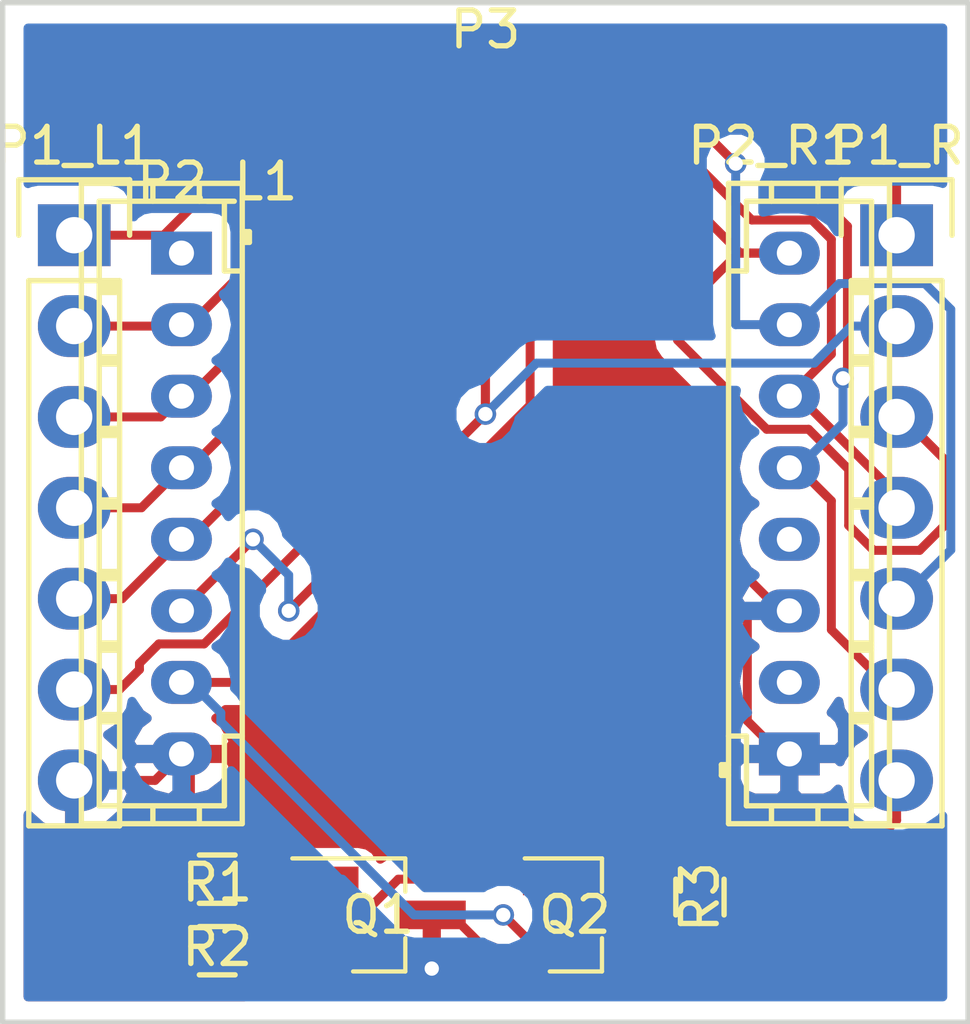
<source format=kicad_pcb>
(kicad_pcb (version 4) (host pcbnew 4.0.5+dfsg1-4)

  (general
    (links 37)
    (no_connects 0)
    (area 139.424999 73.424999 166.575001 102.075001)
    (thickness 1.6)
    (drawings 4)
    (tracks 162)
    (zones 0)
    (modules 10)
    (nets 17)
  )

  (page A4)
  (layers
    (0 F.Cu signal)
    (31 B.Cu signal)
    (32 B.Adhes user hide)
    (33 F.Adhes user hide)
    (34 B.Paste user hide)
    (35 F.Paste user hide)
    (36 B.SilkS user hide)
    (37 F.SilkS user hide)
    (38 B.Mask user)
    (39 F.Mask user)
    (40 Dwgs.User user hide)
    (41 Cmts.User user hide)
    (42 Eco1.User user hide)
    (43 Eco2.User user hide)
    (44 Edge.Cuts user)
    (45 Margin user hide)
    (46 B.CrtYd user hide)
    (47 F.CrtYd user hide)
    (48 B.Fab user hide)
    (49 F.Fab user hide)
  )

  (setup
    (last_trace_width 0.25)
    (trace_clearance 0.2)
    (zone_clearance 0.508)
    (zone_45_only no)
    (trace_min 0.2)
    (segment_width 0.2)
    (edge_width 0.15)
    (via_size 0.6)
    (via_drill 0.4)
    (via_min_size 0.4)
    (via_min_drill 0.3)
    (uvia_size 0.3)
    (uvia_drill 0.1)
    (uvias_allowed no)
    (uvia_min_size 0.2)
    (uvia_min_drill 0.1)
    (pcb_text_width 0.3)
    (pcb_text_size 1.5 1.5)
    (mod_edge_width 0.15)
    (mod_text_size 1 1)
    (mod_text_width 0.15)
    (pad_size 1.524 1.524)
    (pad_drill 0.762)
    (pad_to_mask_clearance 0.2)
    (aux_axis_origin 0 0)
    (visible_elements FFFFFF7F)
    (pcbplotparams
      (layerselection 0x00030_80000001)
      (usegerberextensions false)
      (excludeedgelayer true)
      (linewidth 0.100000)
      (plotframeref false)
      (viasonmask false)
      (mode 1)
      (useauxorigin false)
      (hpglpennumber 1)
      (hpglpenspeed 20)
      (hpglpendiameter 15)
      (hpglpenoverlay 2)
      (psnegative false)
      (psa4output false)
      (plotreference true)
      (plotvalue true)
      (plotinvisibletext false)
      (padsonsilk false)
      (subtractmaskfromsilk false)
      (outputformat 1)
      (mirror false)
      (drillshape 0)
      (scaleselection 1)
      (outputdirectory gerber/))
  )

  (net 0 "")
  (net 1 NRST)
  (net 2 DIO0)
  (net 3 DIO1)
  (net 4 DIO2)
  (net 5 DIO3)
  (net 6 DIO4)
  (net 7 GND)
  (net 8 LoRaVCC)
  (net 9 DIO5)
  (net 10 SCK)
  (net 11 MOSI)
  (net 12 MISO)
  (net 13 NSS)
  (net 14 ON/OFF)
  (net 15 "Net-(Q1-Pad1)")
  (net 16 "Net-(Q1-Pad2)")

  (net_class Default "This is the default net class."
    (clearance 0.2)
    (trace_width 0.25)
    (via_dia 0.6)
    (via_drill 0.4)
    (uvia_dia 0.3)
    (uvia_drill 0.1)
    (add_net DIO0)
    (add_net DIO1)
    (add_net DIO2)
    (add_net DIO3)
    (add_net DIO4)
    (add_net DIO5)
    (add_net GND)
    (add_net LoRaVCC)
    (add_net MISO)
    (add_net MOSI)
    (add_net NRST)
    (add_net NSS)
    (add_net "Net-(Q1-Pad1)")
    (add_net "Net-(Q1-Pad2)")
    (add_net ON/OFF)
    (add_net SCK)
  )

  (module Socket_Strips:Socket_Strip_Straight_1x07 (layer F.Cu) (tedit 5AE46902) (tstamp 5AE46122)
    (at 141.5 80 270)
    (descr "Through hole socket strip")
    (tags "socket strip")
    (path /5AE475BB)
    (fp_text reference P1_L1 (at -2.5 0 360) (layer F.SilkS)
      (effects (font (size 1 1) (thickness 0.15)))
    )
    (fp_text value IN_LEFT (at 7 1 270) (layer F.Fab)
      (effects (font (size 1 1) (thickness 0.15)))
    )
    (fp_line (start -1.75 -1.75) (end -1.75 1.75) (layer F.CrtYd) (width 0.05))
    (fp_line (start 17 -1.75) (end 17 1.75) (layer F.CrtYd) (width 0.05))
    (fp_line (start -1.75 -1.75) (end 17 -1.75) (layer F.CrtYd) (width 0.05))
    (fp_line (start -1.75 1.75) (end 17 1.75) (layer F.CrtYd) (width 0.05))
    (fp_line (start 1.27 1.27) (end 16.51 1.27) (layer F.SilkS) (width 0.15))
    (fp_line (start 16.51 1.27) (end 16.51 -1.27) (layer F.SilkS) (width 0.15))
    (fp_line (start 16.51 -1.27) (end 1.27 -1.27) (layer F.SilkS) (width 0.15))
    (fp_line (start -1.55 1.55) (end 0 1.55) (layer F.SilkS) (width 0.15))
    (fp_line (start 1.27 1.27) (end 1.27 -1.27) (layer F.SilkS) (width 0.15))
    (fp_line (start 0 -1.55) (end -1.55 -1.55) (layer F.SilkS) (width 0.15))
    (fp_line (start -1.55 -1.55) (end -1.55 1.55) (layer F.SilkS) (width 0.15))
    (pad 1 thru_hole rect (at 0 0 270) (size 1.7272 2.032) (drill 1.016) (layers *.Cu *.Mask)
      (net 1 NRST))
    (pad 2 thru_hole oval (at 2.54 0 270) (size 1.7272 2.032) (drill 1.016) (layers *.Cu *.Mask)
      (net 2 DIO0))
    (pad 3 thru_hole oval (at 5.08 0 270) (size 1.7272 2.032) (drill 1.016) (layers *.Cu *.Mask)
      (net 3 DIO1))
    (pad 4 thru_hole oval (at 7.62 0 270) (size 1.7272 2.032) (drill 1.016) (layers *.Cu *.Mask)
      (net 4 DIO2))
    (pad 5 thru_hole oval (at 10.16 0 270) (size 1.7272 2.032) (drill 1.016) (layers *.Cu *.Mask)
      (net 5 DIO3))
    (pad 6 thru_hole oval (at 12.7 0 270) (size 1.7272 2.032) (drill 1.016) (layers *.Cu *.Mask)
      (net 6 DIO4))
    (pad 7 thru_hole oval (at 15.24 0 270) (size 1.7272 2.032) (drill 1.016) (layers *.Cu *.Mask)
      (net 7 GND))
    (model Socket_Strips.3dshapes/Socket_Strip_Straight_1x07.wrl
      (at (xyz 0.3 0 0))
      (scale (xyz 1 1 1))
      (rotate (xyz 0 0 180))
    )
  )

  (module Socket_Strips:Socket_Strip_Straight_1x07 (layer F.Cu) (tedit 5AE468BF) (tstamp 5AE4612D)
    (at 164.5 80 270)
    (descr "Through hole socket strip")
    (tags "socket strip")
    (path /5AE47633)
    (fp_text reference P1_R1 (at -2.5 -0.5 360) (layer F.SilkS)
      (effects (font (size 1 1) (thickness 0.15)))
    )
    (fp_text value IN_RIGHT (at 7 -1.5 270) (layer F.Fab)
      (effects (font (size 1 1) (thickness 0.15)))
    )
    (fp_line (start -1.75 -1.75) (end -1.75 1.75) (layer F.CrtYd) (width 0.05))
    (fp_line (start 17 -1.75) (end 17 1.75) (layer F.CrtYd) (width 0.05))
    (fp_line (start -1.75 -1.75) (end 17 -1.75) (layer F.CrtYd) (width 0.05))
    (fp_line (start -1.75 1.75) (end 17 1.75) (layer F.CrtYd) (width 0.05))
    (fp_line (start 1.27 1.27) (end 16.51 1.27) (layer F.SilkS) (width 0.15))
    (fp_line (start 16.51 1.27) (end 16.51 -1.27) (layer F.SilkS) (width 0.15))
    (fp_line (start 16.51 -1.27) (end 1.27 -1.27) (layer F.SilkS) (width 0.15))
    (fp_line (start -1.55 1.55) (end 0 1.55) (layer F.SilkS) (width 0.15))
    (fp_line (start 1.27 1.27) (end 1.27 -1.27) (layer F.SilkS) (width 0.15))
    (fp_line (start 0 -1.55) (end -1.55 -1.55) (layer F.SilkS) (width 0.15))
    (fp_line (start -1.55 -1.55) (end -1.55 1.55) (layer F.SilkS) (width 0.15))
    (pad 1 thru_hole rect (at 0 0 270) (size 1.7272 2.032) (drill 1.016) (layers *.Cu *.Mask)
      (net 8 LoRaVCC))
    (pad 2 thru_hole oval (at 2.54 0 270) (size 1.7272 2.032) (drill 1.016) (layers *.Cu *.Mask)
      (net 9 DIO5))
    (pad 3 thru_hole oval (at 5.08 0 270) (size 1.7272 2.032) (drill 1.016) (layers *.Cu *.Mask)
      (net 10 SCK))
    (pad 4 thru_hole oval (at 7.62 0 270) (size 1.7272 2.032) (drill 1.016) (layers *.Cu *.Mask)
      (net 11 MOSI))
    (pad 5 thru_hole oval (at 10.16 0 270) (size 1.7272 2.032) (drill 1.016) (layers *.Cu *.Mask)
      (net 12 MISO))
    (pad 6 thru_hole oval (at 12.7 0 270) (size 1.7272 2.032) (drill 1.016) (layers *.Cu *.Mask)
      (net 13 NSS))
    (pad 7 thru_hole oval (at 15.24 0 270) (size 1.7272 2.032) (drill 1.016) (layers *.Cu *.Mask)
      (net 14 ON/OFF))
    (model Socket_Strips.3dshapes/Socket_Strip_Straight_1x07.wrl
      (at (xyz 0.3 0 0))
      (scale (xyz 1 1 1))
      (rotate (xyz 0 0 180))
    )
  )

  (module Connectors_JST:JST_PH_B8B-PH-K_08x2.00mm_Straight (layer F.Cu) (tedit 5AE468FB) (tstamp 5AE46139)
    (at 144.5 80.5 270)
    (descr http://www.jst-mfg.com/product/pdf/eng/ePH.pdf)
    (tags "connector jst ph")
    (path /5AE43A88)
    (fp_text reference P2_L1 (at -2 -1 360) (layer F.SilkS)
      (effects (font (size 1 1) (thickness 0.15)))
    )
    (fp_text value DORGI_L (at 7 -2 270) (layer F.Fab)
      (effects (font (size 1 1) (thickness 0.15)))
    )
    (fp_line (start -1.95 2.8) (end -1.95 -1.7) (layer F.SilkS) (width 0.15))
    (fp_line (start -1.95 -1.7) (end 15.95 -1.7) (layer F.SilkS) (width 0.15))
    (fp_line (start 15.95 -1.7) (end 15.95 2.8) (layer F.SilkS) (width 0.15))
    (fp_line (start 15.95 2.8) (end -1.95 2.8) (layer F.SilkS) (width 0.15))
    (fp_line (start 0.5 -1.7) (end 0.5 -1.2) (layer F.SilkS) (width 0.15))
    (fp_line (start 0.5 -1.2) (end -1.45 -1.2) (layer F.SilkS) (width 0.15))
    (fp_line (start -1.45 -1.2) (end -1.45 2.3) (layer F.SilkS) (width 0.15))
    (fp_line (start -1.45 2.3) (end 15.45 2.3) (layer F.SilkS) (width 0.15))
    (fp_line (start 15.45 2.3) (end 15.45 -1.2) (layer F.SilkS) (width 0.15))
    (fp_line (start 15.45 -1.2) (end 13.5 -1.2) (layer F.SilkS) (width 0.15))
    (fp_line (start 13.5 -1.2) (end 13.5 -1.7) (layer F.SilkS) (width 0.15))
    (fp_line (start -1.95 -0.5) (end -1.45 -0.5) (layer F.SilkS) (width 0.15))
    (fp_line (start -1.95 0.8) (end -1.45 0.8) (layer F.SilkS) (width 0.15))
    (fp_line (start 15.45 -0.5) (end 15.95 -0.5) (layer F.SilkS) (width 0.15))
    (fp_line (start 15.45 0.8) (end 15.95 0.8) (layer F.SilkS) (width 0.15))
    (fp_line (start -0.3 -1.7) (end -0.3 -1.9) (layer F.SilkS) (width 0.15))
    (fp_line (start -0.3 -1.9) (end -0.6 -1.9) (layer F.SilkS) (width 0.15))
    (fp_line (start -0.6 -1.9) (end -0.6 -1.7) (layer F.SilkS) (width 0.15))
    (fp_line (start -0.3 -1.8) (end -0.6 -1.8) (layer F.SilkS) (width 0.15))
    (fp_line (start 0.9 2.3) (end 0.9 1.8) (layer F.SilkS) (width 0.15))
    (fp_line (start 0.9 1.8) (end 1.1 1.8) (layer F.SilkS) (width 0.15))
    (fp_line (start 1.1 1.8) (end 1.1 2.3) (layer F.SilkS) (width 0.15))
    (fp_line (start 1 2.3) (end 1 1.8) (layer F.SilkS) (width 0.15))
    (fp_line (start 2.9 2.3) (end 2.9 1.8) (layer F.SilkS) (width 0.15))
    (fp_line (start 2.9 1.8) (end 3.1 1.8) (layer F.SilkS) (width 0.15))
    (fp_line (start 3.1 1.8) (end 3.1 2.3) (layer F.SilkS) (width 0.15))
    (fp_line (start 3 2.3) (end 3 1.8) (layer F.SilkS) (width 0.15))
    (fp_line (start 4.9 2.3) (end 4.9 1.8) (layer F.SilkS) (width 0.15))
    (fp_line (start 4.9 1.8) (end 5.1 1.8) (layer F.SilkS) (width 0.15))
    (fp_line (start 5.1 1.8) (end 5.1 2.3) (layer F.SilkS) (width 0.15))
    (fp_line (start 5 2.3) (end 5 1.8) (layer F.SilkS) (width 0.15))
    (fp_line (start 6.9 2.3) (end 6.9 1.8) (layer F.SilkS) (width 0.15))
    (fp_line (start 6.9 1.8) (end 7.1 1.8) (layer F.SilkS) (width 0.15))
    (fp_line (start 7.1 1.8) (end 7.1 2.3) (layer F.SilkS) (width 0.15))
    (fp_line (start 7 2.3) (end 7 1.8) (layer F.SilkS) (width 0.15))
    (fp_line (start 8.9 2.3) (end 8.9 1.8) (layer F.SilkS) (width 0.15))
    (fp_line (start 8.9 1.8) (end 9.1 1.8) (layer F.SilkS) (width 0.15))
    (fp_line (start 9.1 1.8) (end 9.1 2.3) (layer F.SilkS) (width 0.15))
    (fp_line (start 9 2.3) (end 9 1.8) (layer F.SilkS) (width 0.15))
    (fp_line (start 10.9 2.3) (end 10.9 1.8) (layer F.SilkS) (width 0.15))
    (fp_line (start 10.9 1.8) (end 11.1 1.8) (layer F.SilkS) (width 0.15))
    (fp_line (start 11.1 1.8) (end 11.1 2.3) (layer F.SilkS) (width 0.15))
    (fp_line (start 11 2.3) (end 11 1.8) (layer F.SilkS) (width 0.15))
    (fp_line (start 12.9 2.3) (end 12.9 1.8) (layer F.SilkS) (width 0.15))
    (fp_line (start 12.9 1.8) (end 13.1 1.8) (layer F.SilkS) (width 0.15))
    (fp_line (start 13.1 1.8) (end 13.1 2.3) (layer F.SilkS) (width 0.15))
    (fp_line (start 13 2.3) (end 13 1.8) (layer F.SilkS) (width 0.15))
    (fp_line (start -2.45 3.3) (end -2.45 -2.2) (layer F.CrtYd) (width 0.05))
    (fp_line (start -2.45 -2.2) (end 16.45 -2.2) (layer F.CrtYd) (width 0.05))
    (fp_line (start 16.45 -2.2) (end 16.45 3.3) (layer F.CrtYd) (width 0.05))
    (fp_line (start 16.45 3.3) (end -2.45 3.3) (layer F.CrtYd) (width 0.05))
    (pad 1 thru_hole rect (at 0 0 270) (size 1.2 1.7) (drill 0.7) (layers *.Cu *.Mask)
      (net 1 NRST))
    (pad 2 thru_hole oval (at 2 0 270) (size 1.2 1.7) (drill 0.7) (layers *.Cu *.Mask)
      (net 2 DIO0))
    (pad 3 thru_hole oval (at 4 0 270) (size 1.2 1.7) (drill 0.7) (layers *.Cu *.Mask)
      (net 3 DIO1))
    (pad 4 thru_hole oval (at 6 0 270) (size 1.2 1.7) (drill 0.7) (layers *.Cu *.Mask)
      (net 4 DIO2))
    (pad 5 thru_hole oval (at 8 0 270) (size 1.2 1.7) (drill 0.7) (layers *.Cu *.Mask)
      (net 5 DIO3))
    (pad 6 thru_hole oval (at 10 0 270) (size 1.2 1.7) (drill 0.7) (layers *.Cu *.Mask)
      (net 9 DIO5))
    (pad 7 thru_hole oval (at 12 0 270) (size 1.2 1.7) (drill 0.7) (layers *.Cu *.Mask)
      (net 8 LoRaVCC))
    (pad 8 thru_hole oval (at 14 0 270) (size 1.2 1.7) (drill 0.7) (layers *.Cu *.Mask)
      (net 7 GND))
  )

  (module Connectors_JST:JST_PH_B8B-PH-K_08x2.00mm_Straight (layer F.Cu) (tedit 5AE4690E) (tstamp 5AE46145)
    (at 161.5 94.5 90)
    (descr http://www.jst-mfg.com/product/pdf/eng/ePH.pdf)
    (tags "connector jst ph")
    (path /5AE43AE5)
    (fp_text reference P2_R1 (at 17 -0.5 180) (layer F.SilkS)
      (effects (font (size 1 1) (thickness 0.15)))
    )
    (fp_text value DORGI_R (at 7 -2 90) (layer F.Fab)
      (effects (font (size 1 1) (thickness 0.15)))
    )
    (fp_line (start -1.95 2.8) (end -1.95 -1.7) (layer F.SilkS) (width 0.15))
    (fp_line (start -1.95 -1.7) (end 15.95 -1.7) (layer F.SilkS) (width 0.15))
    (fp_line (start 15.95 -1.7) (end 15.95 2.8) (layer F.SilkS) (width 0.15))
    (fp_line (start 15.95 2.8) (end -1.95 2.8) (layer F.SilkS) (width 0.15))
    (fp_line (start 0.5 -1.7) (end 0.5 -1.2) (layer F.SilkS) (width 0.15))
    (fp_line (start 0.5 -1.2) (end -1.45 -1.2) (layer F.SilkS) (width 0.15))
    (fp_line (start -1.45 -1.2) (end -1.45 2.3) (layer F.SilkS) (width 0.15))
    (fp_line (start -1.45 2.3) (end 15.45 2.3) (layer F.SilkS) (width 0.15))
    (fp_line (start 15.45 2.3) (end 15.45 -1.2) (layer F.SilkS) (width 0.15))
    (fp_line (start 15.45 -1.2) (end 13.5 -1.2) (layer F.SilkS) (width 0.15))
    (fp_line (start 13.5 -1.2) (end 13.5 -1.7) (layer F.SilkS) (width 0.15))
    (fp_line (start -1.95 -0.5) (end -1.45 -0.5) (layer F.SilkS) (width 0.15))
    (fp_line (start -1.95 0.8) (end -1.45 0.8) (layer F.SilkS) (width 0.15))
    (fp_line (start 15.45 -0.5) (end 15.95 -0.5) (layer F.SilkS) (width 0.15))
    (fp_line (start 15.45 0.8) (end 15.95 0.8) (layer F.SilkS) (width 0.15))
    (fp_line (start -0.3 -1.7) (end -0.3 -1.9) (layer F.SilkS) (width 0.15))
    (fp_line (start -0.3 -1.9) (end -0.6 -1.9) (layer F.SilkS) (width 0.15))
    (fp_line (start -0.6 -1.9) (end -0.6 -1.7) (layer F.SilkS) (width 0.15))
    (fp_line (start -0.3 -1.8) (end -0.6 -1.8) (layer F.SilkS) (width 0.15))
    (fp_line (start 0.9 2.3) (end 0.9 1.8) (layer F.SilkS) (width 0.15))
    (fp_line (start 0.9 1.8) (end 1.1 1.8) (layer F.SilkS) (width 0.15))
    (fp_line (start 1.1 1.8) (end 1.1 2.3) (layer F.SilkS) (width 0.15))
    (fp_line (start 1 2.3) (end 1 1.8) (layer F.SilkS) (width 0.15))
    (fp_line (start 2.9 2.3) (end 2.9 1.8) (layer F.SilkS) (width 0.15))
    (fp_line (start 2.9 1.8) (end 3.1 1.8) (layer F.SilkS) (width 0.15))
    (fp_line (start 3.1 1.8) (end 3.1 2.3) (layer F.SilkS) (width 0.15))
    (fp_line (start 3 2.3) (end 3 1.8) (layer F.SilkS) (width 0.15))
    (fp_line (start 4.9 2.3) (end 4.9 1.8) (layer F.SilkS) (width 0.15))
    (fp_line (start 4.9 1.8) (end 5.1 1.8) (layer F.SilkS) (width 0.15))
    (fp_line (start 5.1 1.8) (end 5.1 2.3) (layer F.SilkS) (width 0.15))
    (fp_line (start 5 2.3) (end 5 1.8) (layer F.SilkS) (width 0.15))
    (fp_line (start 6.9 2.3) (end 6.9 1.8) (layer F.SilkS) (width 0.15))
    (fp_line (start 6.9 1.8) (end 7.1 1.8) (layer F.SilkS) (width 0.15))
    (fp_line (start 7.1 1.8) (end 7.1 2.3) (layer F.SilkS) (width 0.15))
    (fp_line (start 7 2.3) (end 7 1.8) (layer F.SilkS) (width 0.15))
    (fp_line (start 8.9 2.3) (end 8.9 1.8) (layer F.SilkS) (width 0.15))
    (fp_line (start 8.9 1.8) (end 9.1 1.8) (layer F.SilkS) (width 0.15))
    (fp_line (start 9.1 1.8) (end 9.1 2.3) (layer F.SilkS) (width 0.15))
    (fp_line (start 9 2.3) (end 9 1.8) (layer F.SilkS) (width 0.15))
    (fp_line (start 10.9 2.3) (end 10.9 1.8) (layer F.SilkS) (width 0.15))
    (fp_line (start 10.9 1.8) (end 11.1 1.8) (layer F.SilkS) (width 0.15))
    (fp_line (start 11.1 1.8) (end 11.1 2.3) (layer F.SilkS) (width 0.15))
    (fp_line (start 11 2.3) (end 11 1.8) (layer F.SilkS) (width 0.15))
    (fp_line (start 12.9 2.3) (end 12.9 1.8) (layer F.SilkS) (width 0.15))
    (fp_line (start 12.9 1.8) (end 13.1 1.8) (layer F.SilkS) (width 0.15))
    (fp_line (start 13.1 1.8) (end 13.1 2.3) (layer F.SilkS) (width 0.15))
    (fp_line (start 13 2.3) (end 13 1.8) (layer F.SilkS) (width 0.15))
    (fp_line (start -2.45 3.3) (end -2.45 -2.2) (layer F.CrtYd) (width 0.05))
    (fp_line (start -2.45 -2.2) (end 16.45 -2.2) (layer F.CrtYd) (width 0.05))
    (fp_line (start 16.45 -2.2) (end 16.45 3.3) (layer F.CrtYd) (width 0.05))
    (fp_line (start 16.45 3.3) (end -2.45 3.3) (layer F.CrtYd) (width 0.05))
    (pad 1 thru_hole rect (at 0 0 90) (size 1.2 1.7) (drill 0.7) (layers *.Cu *.Mask)
      (net 7 GND))
    (pad 2 thru_hole oval (at 2 0 90) (size 1.2 1.7) (drill 0.7) (layers *.Cu *.Mask))
    (pad 3 thru_hole oval (at 4 0 90) (size 1.2 1.7) (drill 0.7) (layers *.Cu *.Mask)
      (net 7 GND))
    (pad 4 thru_hole oval (at 6 0 90) (size 1.2 1.7) (drill 0.7) (layers *.Cu *.Mask))
    (pad 5 thru_hole oval (at 8 0 90) (size 1.2 1.7) (drill 0.7) (layers *.Cu *.Mask)
      (net 13 NSS))
    (pad 6 thru_hole oval (at 10 0 90) (size 1.2 1.7) (drill 0.7) (layers *.Cu *.Mask)
      (net 11 MOSI))
    (pad 7 thru_hole oval (at 12 0 90) (size 1.2 1.7) (drill 0.7) (layers *.Cu *.Mask)
      (net 12 MISO))
    (pad 8 thru_hole oval (at 14 0 90) (size 1.2 1.7) (drill 0.7) (layers *.Cu *.Mask)
      (net 10 SCK))
  )

  (module TO_SOT_Packages_SMD:SOT-23_Handsoldering (layer F.Cu) (tedit 5AE4716B) (tstamp 5AE46167)
    (at 150 99)
    (descr "SOT-23, Handsoldering")
    (tags SOT-23)
    (path /5AE44640)
    (attr smd)
    (fp_text reference Q1 (at 0 0) (layer F.SilkS)
      (effects (font (size 1 1) (thickness 0.15)))
    )
    (fp_text value NPN (at -0.5 2.5) (layer F.Fab)
      (effects (font (size 1 1) (thickness 0.15)))
    )
    (fp_line (start 0.76 1.58) (end 0.76 0.65) (layer F.SilkS) (width 0.12))
    (fp_line (start 0.76 -1.58) (end 0.76 -0.65) (layer F.SilkS) (width 0.12))
    (fp_line (start 0.7 -1.52) (end 0.7 1.52) (layer F.Fab) (width 0.15))
    (fp_line (start -0.7 1.52) (end 0.7 1.52) (layer F.Fab) (width 0.15))
    (fp_line (start -2.7 -1.75) (end 2.7 -1.75) (layer F.CrtYd) (width 0.05))
    (fp_line (start 2.7 -1.75) (end 2.7 1.75) (layer F.CrtYd) (width 0.05))
    (fp_line (start 2.7 1.75) (end -2.7 1.75) (layer F.CrtYd) (width 0.05))
    (fp_line (start -2.7 1.75) (end -2.7 -1.75) (layer F.CrtYd) (width 0.05))
    (fp_line (start 0.76 -1.58) (end -2.4 -1.58) (layer F.SilkS) (width 0.12))
    (fp_line (start -0.7 -1.52) (end 0.7 -1.52) (layer F.Fab) (width 0.15))
    (fp_line (start -0.7 -1.52) (end -0.7 1.52) (layer F.Fab) (width 0.15))
    (fp_line (start 0.76 1.58) (end -0.7 1.58) (layer F.SilkS) (width 0.12))
    (pad 1 smd rect (at -1.5 -0.95) (size 1.9 0.8) (layers F.Cu F.Paste F.Mask)
      (net 15 "Net-(Q1-Pad1)"))
    (pad 2 smd rect (at -1.5 0.95) (size 1.9 0.8) (layers F.Cu F.Paste F.Mask)
      (net 16 "Net-(Q1-Pad2)"))
    (pad 3 smd rect (at 1.5 0) (size 1.9 0.8) (layers F.Cu F.Paste F.Mask)
      (net 7 GND))
    (model TO_SOT_Packages_SMD.3dshapes/SOT-23.wrl
      (at (xyz 0 0 0))
      (scale (xyz 1 1 1))
      (rotate (xyz 0 0 90))
    )
  )

  (module TO_SOT_Packages_SMD:SOT-23 (layer F.Cu) (tedit 5AE47177) (tstamp 5AE4616E)
    (at 155.5 99)
    (descr "SOT-23, Standard")
    (tags SOT-23)
    (path /5AE44409)
    (attr smd)
    (fp_text reference Q2 (at 0 0) (layer F.SilkS)
      (effects (font (size 1 1) (thickness 0.15)))
    )
    (fp_text value P-FET (at 0 -2.5) (layer F.Fab)
      (effects (font (size 1 1) (thickness 0.15)))
    )
    (fp_line (start 0.76 1.58) (end 0.76 0.65) (layer F.SilkS) (width 0.12))
    (fp_line (start 0.76 -1.58) (end 0.76 -0.65) (layer F.SilkS) (width 0.12))
    (fp_line (start 0.7 -1.52) (end 0.7 1.52) (layer F.Fab) (width 0.15))
    (fp_line (start -0.7 1.52) (end 0.7 1.52) (layer F.Fab) (width 0.15))
    (fp_line (start -1.7 -1.75) (end 1.7 -1.75) (layer F.CrtYd) (width 0.05))
    (fp_line (start 1.7 -1.75) (end 1.7 1.75) (layer F.CrtYd) (width 0.05))
    (fp_line (start 1.7 1.75) (end -1.7 1.75) (layer F.CrtYd) (width 0.05))
    (fp_line (start -1.7 1.75) (end -1.7 -1.75) (layer F.CrtYd) (width 0.05))
    (fp_line (start 0.76 -1.58) (end -1.4 -1.58) (layer F.SilkS) (width 0.12))
    (fp_line (start -0.7 -1.52) (end 0.7 -1.52) (layer F.Fab) (width 0.15))
    (fp_line (start -0.7 -1.52) (end -0.7 1.52) (layer F.Fab) (width 0.15))
    (fp_line (start 0.76 1.58) (end -0.7 1.58) (layer F.SilkS) (width 0.12))
    (pad 1 smd rect (at -1 -0.95) (size 0.9 0.8) (layers F.Cu F.Paste F.Mask)
      (net 16 "Net-(Q1-Pad2)"))
    (pad 2 smd rect (at -1 0.95) (size 0.9 0.8) (layers F.Cu F.Paste F.Mask)
      (net 8 LoRaVCC))
    (pad 3 smd rect (at 1 0) (size 0.9 0.8) (layers F.Cu F.Paste F.Mask)
      (net 8 LoRaVCC))
    (model TO_SOT_Packages_SMD.3dshapes/SOT-23.wrl
      (at (xyz 0 0 0))
      (scale (xyz 1 1 1))
      (rotate (xyz 0 0 90))
    )
  )

  (module Resistors_SMD:R_0603 (layer F.Cu) (tedit 5AE468C7) (tstamp 5AE46174)
    (at 145.5 100)
    (descr "Resistor SMD 0603, reflow soldering, Vishay (see dcrcw.pdf)")
    (tags "resistor 0603")
    (path /5AE44686)
    (attr smd)
    (fp_text reference R1 (at 0 -1.9) (layer F.SilkS)
      (effects (font (size 1 1) (thickness 0.15)))
    )
    (fp_text value 10K (at -2.5 0) (layer F.Fab)
      (effects (font (size 1 1) (thickness 0.15)))
    )
    (fp_line (start -0.8 0.4) (end -0.8 -0.4) (layer F.Fab) (width 0.1))
    (fp_line (start 0.8 0.4) (end -0.8 0.4) (layer F.Fab) (width 0.1))
    (fp_line (start 0.8 -0.4) (end 0.8 0.4) (layer F.Fab) (width 0.1))
    (fp_line (start -0.8 -0.4) (end 0.8 -0.4) (layer F.Fab) (width 0.1))
    (fp_line (start -1.3 -0.8) (end 1.3 -0.8) (layer F.CrtYd) (width 0.05))
    (fp_line (start -1.3 0.8) (end 1.3 0.8) (layer F.CrtYd) (width 0.05))
    (fp_line (start -1.3 -0.8) (end -1.3 0.8) (layer F.CrtYd) (width 0.05))
    (fp_line (start 1.3 -0.8) (end 1.3 0.8) (layer F.CrtYd) (width 0.05))
    (fp_line (start 0.5 0.675) (end -0.5 0.675) (layer F.SilkS) (width 0.15))
    (fp_line (start -0.5 -0.675) (end 0.5 -0.675) (layer F.SilkS) (width 0.15))
    (pad 1 smd rect (at -0.75 0) (size 0.5 0.9) (layers F.Cu F.Paste F.Mask)
      (net 15 "Net-(Q1-Pad1)"))
    (pad 2 smd rect (at 0.75 0) (size 0.5 0.9) (layers F.Cu F.Paste F.Mask)
      (net 14 ON/OFF))
    (model Resistors_SMD.3dshapes/R_0603.wrl
      (at (xyz 0 0 0))
      (scale (xyz 1 1 1))
      (rotate (xyz 0 0 0))
    )
  )

  (module Resistors_SMD:R_0603 (layer F.Cu) (tedit 5AE468CE) (tstamp 5AE4617A)
    (at 145.5 98 180)
    (descr "Resistor SMD 0603, reflow soldering, Vishay (see dcrcw.pdf)")
    (tags "resistor 0603")
    (path /5AE446FB)
    (attr smd)
    (fp_text reference R2 (at 0 -1.9 180) (layer F.SilkS)
      (effects (font (size 1 1) (thickness 0.15)))
    )
    (fp_text value 10K (at 2.5 0 180) (layer F.Fab)
      (effects (font (size 1 1) (thickness 0.15)))
    )
    (fp_line (start -0.8 0.4) (end -0.8 -0.4) (layer F.Fab) (width 0.1))
    (fp_line (start 0.8 0.4) (end -0.8 0.4) (layer F.Fab) (width 0.1))
    (fp_line (start 0.8 -0.4) (end 0.8 0.4) (layer F.Fab) (width 0.1))
    (fp_line (start -0.8 -0.4) (end 0.8 -0.4) (layer F.Fab) (width 0.1))
    (fp_line (start -1.3 -0.8) (end 1.3 -0.8) (layer F.CrtYd) (width 0.05))
    (fp_line (start -1.3 0.8) (end 1.3 0.8) (layer F.CrtYd) (width 0.05))
    (fp_line (start -1.3 -0.8) (end -1.3 0.8) (layer F.CrtYd) (width 0.05))
    (fp_line (start 1.3 -0.8) (end 1.3 0.8) (layer F.CrtYd) (width 0.05))
    (fp_line (start 0.5 0.675) (end -0.5 0.675) (layer F.SilkS) (width 0.15))
    (fp_line (start -0.5 -0.675) (end 0.5 -0.675) (layer F.SilkS) (width 0.15))
    (pad 1 smd rect (at -0.75 0 180) (size 0.5 0.9) (layers F.Cu F.Paste F.Mask)
      (net 15 "Net-(Q1-Pad1)"))
    (pad 2 smd rect (at 0.75 0 180) (size 0.5 0.9) (layers F.Cu F.Paste F.Mask)
      (net 7 GND))
    (model Resistors_SMD.3dshapes/R_0603.wrl
      (at (xyz 0 0 0))
      (scale (xyz 1 1 1))
      (rotate (xyz 0 0 0))
    )
  )

  (module Resistors_SMD:R_0603 (layer F.Cu) (tedit 5AE468DD) (tstamp 5AE46180)
    (at 159 98.5 90)
    (descr "Resistor SMD 0603, reflow soldering, Vishay (see dcrcw.pdf)")
    (tags "resistor 0603")
    (path /5AE44733)
    (attr smd)
    (fp_text reference R3 (at 0 0 90) (layer F.SilkS)
      (effects (font (size 1 1) (thickness 0.15)))
    )
    (fp_text value 10K (at 0 1.9 90) (layer F.Fab)
      (effects (font (size 1 1) (thickness 0.15)))
    )
    (fp_line (start -0.8 0.4) (end -0.8 -0.4) (layer F.Fab) (width 0.1))
    (fp_line (start 0.8 0.4) (end -0.8 0.4) (layer F.Fab) (width 0.1))
    (fp_line (start 0.8 -0.4) (end 0.8 0.4) (layer F.Fab) (width 0.1))
    (fp_line (start -0.8 -0.4) (end 0.8 -0.4) (layer F.Fab) (width 0.1))
    (fp_line (start -1.3 -0.8) (end 1.3 -0.8) (layer F.CrtYd) (width 0.05))
    (fp_line (start -1.3 0.8) (end 1.3 0.8) (layer F.CrtYd) (width 0.05))
    (fp_line (start -1.3 -0.8) (end -1.3 0.8) (layer F.CrtYd) (width 0.05))
    (fp_line (start 1.3 -0.8) (end 1.3 0.8) (layer F.CrtYd) (width 0.05))
    (fp_line (start 0.5 0.675) (end -0.5 0.675) (layer F.SilkS) (width 0.15))
    (fp_line (start -0.5 -0.675) (end 0.5 -0.675) (layer F.SilkS) (width 0.15))
    (pad 1 smd rect (at -0.75 0 90) (size 0.5 0.9) (layers F.Cu F.Paste F.Mask)
      (net 8 LoRaVCC))
    (pad 2 smd rect (at 0.75 0 90) (size 0.5 0.9) (layers F.Cu F.Paste F.Mask)
      (net 16 "Net-(Q1-Pad2)"))
    (model Resistors_SMD.3dshapes/R_0603.wrl
      (at (xyz 0 0 0))
      (scale (xyz 1 1 1))
      (rotate (xyz 0 0 0))
    )
  )

  (module pcb:lora (layer F.Cu) (tedit 5AE472D9) (tstamp 5AE46768)
    (at 153 77.5)
    (descr "Molex PicoBlade, single row, top entry type, surface mount, PN:53398-1371")
    (tags "connector molex picoblade smt")
    (path /5AE439FB)
    (attr smd)
    (fp_text reference P3 (at 0 -3.25) (layer F.SilkS)
      (effects (font (size 1 1) (thickness 0.15)))
    )
    (fp_text value LORA (at 0 0.5) (layer F.Adhes)
      (effects (font (size 1 1) (thickness 0.15)))
    )
    (fp_line (start -7.9 -1.225) (end -7.5 -0.425) (layer F.Fab) (width 0.15))
    (fp_line (start -7.5 -0.425) (end -7.1 -1.225) (layer F.Fab) (width 0.15))
    (fp_line (start -7.1 -1.225) (end -7.9 -1.225) (layer F.Fab) (width 0.15))
    (fp_line (start 0 -2.7) (end 9.55 -2.7) (layer F.CrtYd) (width 0.05))
    (fp_line (start 9.55 -2.7) (end 9.55 -0.9) (layer F.CrtYd) (width 0.05))
    (fp_line (start 9.55 -0.9) (end 11.65 -0.9) (layer F.CrtYd) (width 0.05))
    (fp_line (start 11.65 -0.9) (end 11.65 3.5) (layer F.CrtYd) (width 0.05))
    (fp_line (start 11.65 3.5) (end 0 3.5) (layer F.CrtYd) (width 0.05))
    (fp_line (start 0 -2.7) (end -9.55 -2.7) (layer F.CrtYd) (width 0.05))
    (fp_line (start -9.55 -2.7) (end -9.55 -0.9) (layer F.CrtYd) (width 0.05))
    (fp_line (start -9.55 -0.9) (end -11.65 -0.9) (layer F.CrtYd) (width 0.05))
    (fp_line (start -11.65 -0.9) (end -11.65 3.5) (layer F.CrtYd) (width 0.05))
    (fp_line (start -11.65 3.5) (end 0 3.5) (layer F.CrtYd) (width 0.05))
    (pad 1 smd rect (at -7.5 -1.375) (size 0.8 1.5) (layers F.Cu F.Paste F.Mask)
      (net 1 NRST))
    (pad 2 smd rect (at -6.25 -1.375) (size 0.8 1.5) (layers F.Cu F.Paste F.Mask)
      (net 2 DIO0))
    (pad 3 smd rect (at -5 -1.375) (size 0.8 1.5) (layers F.Cu F.Paste F.Mask)
      (net 3 DIO1))
    (pad 4 smd rect (at -3.75 -1.375) (size 0.8 1.5) (layers F.Cu F.Paste F.Mask)
      (net 4 DIO2))
    (pad 5 smd rect (at -2.5 -1.375) (size 0.8 1.5) (layers F.Cu F.Paste F.Mask)
      (net 5 DIO3))
    (pad 6 smd rect (at -1.25 -1.375) (size 0.8 1.5) (layers F.Cu F.Paste F.Mask)
      (net 6 DIO4))
    (pad 7 smd rect (at 0 -1.375) (size 0.8 1.5) (layers F.Cu F.Paste F.Mask)
      (net 9 DIO5))
    (pad 8 smd rect (at 1.25 -1.375) (size 0.8 1.5) (layers F.Cu F.Paste F.Mask)
      (net 8 LoRaVCC))
    (pad 9 smd rect (at 2.5 -1.375) (size 0.8 1.5) (layers F.Cu F.Paste F.Mask)
      (net 7 GND))
    (pad 10 smd rect (at 3.75 -1.375) (size 0.8 1.5) (layers F.Cu F.Paste F.Mask)
      (net 10 SCK))
    (pad 11 smd rect (at 5 -1.375) (size 0.8 1.5) (layers F.Cu F.Paste F.Mask)
      (net 11 MOSI))
    (pad 12 smd rect (at 6.25 -1.375) (size 0.8 1.5) (layers F.Cu F.Paste F.Mask)
      (net 12 MISO))
    (pad 13 smd rect (at 7.5 -1.375) (size 0.8 1.5) (layers F.Cu F.Paste F.Mask)
      (net 13 NSS))
    (model Connectors_Molex.3dshapes/Molex_PicoBlade_53398-1371_13x1.25mm_Straight.wrl
      (at (xyz 0 0 0))
      (scale (xyz 1 1 1))
      (rotate (xyz 0 0 0))
    )
  )

  (gr_line (start 166.5 73.5) (end 139.5 73.5) (layer Edge.Cuts) (width 0.15))
  (gr_line (start 166.5 102) (end 166.5 73.5) (layer Edge.Cuts) (width 0.15))
  (gr_line (start 139.5 102) (end 166.5 102) (layer Edge.Cuts) (width 0.15))
  (gr_line (start 139.5 73.5) (end 139.5 102) (layer Edge.Cuts) (width 0.15))

  (segment (start 141.5 80) (end 144 80) (width 0.25) (layer F.Cu) (net 1))
  (segment (start 144 80) (end 144.5 80.5) (width 0.25) (layer F.Cu) (net 1) (tstamp 5AE46968))
  (segment (start 144 80) (end 145.5 78.5) (width 0.25) (layer F.Cu) (net 1) (tstamp 5AE46963))
  (segment (start 145.5 78.5) (end 145.5 76.125) (width 0.25) (layer F.Cu) (net 1) (tstamp 5AE46964))
  (segment (start 144.5 82.5) (end 144.75 82.5) (width 0.25) (layer F.Cu) (net 2))
  (segment (start 146.75 77.125) (end 146.75 76.125) (width 0.25) (layer F.Cu) (net 2))
  (segment (start 144.75 82.5) (end 146.75 80.5) (width 0.25) (layer F.Cu) (net 2))
  (segment (start 146.75 80.5) (end 146.75 77.125) (width 0.25) (layer F.Cu) (net 2))
  (segment (start 141.5 82.54) (end 144.46 82.54) (width 0.25) (layer F.Cu) (net 2))
  (segment (start 144.46 82.54) (end 144.5 82.5) (width 0.25) (layer F.Cu) (net 2) (tstamp 5AE4696B))
  (segment (start 144.5 84.5) (end 144.75 84.5) (width 0.25) (layer F.Cu) (net 3))
  (segment (start 144.75 84.5) (end 148 81.25) (width 0.25) (layer F.Cu) (net 3))
  (segment (start 148 81.25) (end 148 77.125) (width 0.25) (layer F.Cu) (net 3))
  (segment (start 148 77.125) (end 148 76.125) (width 0.25) (layer F.Cu) (net 3))
  (segment (start 141.5 85.08) (end 143.92 85.08) (width 0.25) (layer F.Cu) (net 3))
  (segment (start 143.92 85.08) (end 144.5 84.5) (width 0.25) (layer F.Cu) (net 3) (tstamp 5AE4696E))
  (segment (start 144.5 86.5) (end 144.75 86.5) (width 0.25) (layer F.Cu) (net 4))
  (segment (start 144.75 86.5) (end 149.25 82) (width 0.25) (layer F.Cu) (net 4))
  (segment (start 149.25 82) (end 149.25 77.125) (width 0.25) (layer F.Cu) (net 4))
  (segment (start 149.25 77.125) (end 149.25 76.125) (width 0.25) (layer F.Cu) (net 4))
  (segment (start 141.5 87.62) (end 143.38 87.62) (width 0.25) (layer F.Cu) (net 4))
  (segment (start 143.38 87.62) (end 144.5 86.5) (width 0.25) (layer F.Cu) (net 4) (tstamp 5AE46971))
  (segment (start 144.5 88.5) (end 144.75 88.5) (width 0.25) (layer F.Cu) (net 5))
  (segment (start 144.75 88.5) (end 150.5 82.75) (width 0.25) (layer F.Cu) (net 5))
  (segment (start 150.5 82.75) (end 150.5 77.125) (width 0.25) (layer F.Cu) (net 5))
  (segment (start 150.5 77.125) (end 150.5 76.125) (width 0.25) (layer F.Cu) (net 5))
  (segment (start 141.5 90.16) (end 142.84 90.16) (width 0.25) (layer F.Cu) (net 5))
  (segment (start 142.84 90.16) (end 144.5 88.5) (width 0.25) (layer F.Cu) (net 5) (tstamp 5AE46975))
  (segment (start 145.133151 91.42501) (end 151.75 84.808161) (width 0.25) (layer F.Cu) (net 6))
  (segment (start 151.75 84.808161) (end 151.75 76.125) (width 0.25) (layer F.Cu) (net 6))
  (segment (start 141.5 92.7) (end 142.766 92.7) (width 0.25) (layer F.Cu) (net 6))
  (segment (start 142.766 92.7) (end 143.32499 92.14101) (width 0.25) (layer F.Cu) (net 6))
  (segment (start 143.32499 92.14101) (end 143.32499 91.966869) (width 0.25) (layer F.Cu) (net 6))
  (segment (start 143.32499 91.966869) (end 143.866849 91.42501) (width 0.25) (layer F.Cu) (net 6))
  (segment (start 143.866849 91.42501) (end 145.133151 91.42501) (width 0.25) (layer F.Cu) (net 6))
  (segment (start 151.75 77.125) (end 151.75 76.125) (width 0.25) (layer F.Cu) (net 6))
  (segment (start 161.5 90.5) (end 160.4 90.5) (width 0.25) (layer F.Cu) (net 7))
  (segment (start 160.4 90.5) (end 160.32499 90.57501) (width 0.25) (layer F.Cu) (net 7))
  (segment (start 160.32499 90.57501) (end 160.32499 93.57499) (width 0.25) (layer F.Cu) (net 7))
  (segment (start 161.25 94.5) (end 161.5 94.5) (width 0.25) (layer F.Cu) (net 7))
  (segment (start 160.32499 93.57499) (end 161.25 94.5) (width 0.25) (layer F.Cu) (net 7))
  (segment (start 161.5 94.5) (end 144.5 94.5) (width 0.25) (layer F.Cu) (net 7))
  (segment (start 151.5 100.5) (end 151.5 99) (width 0.25) (layer F.Cu) (net 7))
  (segment (start 149 98) (end 151.5 100.5) (width 0.25) (layer B.Cu) (net 7))
  (via (at 151.5 100.5) (size 0.6) (drill 0.4) (layers F.Cu B.Cu) (net 7))
  (segment (start 155.5 76.125) (end 155.5 84.75) (width 0.25) (layer F.Cu) (net 7))
  (segment (start 155.5 84.75) (end 161.25 90.5) (width 0.25) (layer F.Cu) (net 7))
  (segment (start 161.25 90.5) (end 161.5 90.5) (width 0.25) (layer F.Cu) (net 7))
  (segment (start 161.5 94.5) (end 161.5 98.035002) (width 0.25) (layer F.Cu) (net 7))
  (segment (start 161.5 98.035002) (end 158.860001 100.675001) (width 0.25) (layer F.Cu) (net 7))
  (segment (start 158.860001 100.675001) (end 153.725001 100.675001) (width 0.25) (layer F.Cu) (net 7))
  (segment (start 153.725001 100.675001) (end 152.05 99) (width 0.25) (layer F.Cu) (net 7))
  (segment (start 152.05 99) (end 151.5 99) (width 0.25) (layer F.Cu) (net 7))
  (segment (start 144.75 98) (end 144.75 94.75) (width 0.25) (layer F.Cu) (net 7))
  (segment (start 144.75 94.75) (end 144.5 94.5) (width 0.25) (layer F.Cu) (net 7))
  (segment (start 141.5 95.24) (end 143.76 95.24) (width 0.25) (layer F.Cu) (net 7))
  (segment (start 143.76 95.24) (end 144.5 94.5) (width 0.25) (layer F.Cu) (net 7))
  (segment (start 153.5 99) (end 151 99) (width 0.25) (layer B.Cu) (net 8))
  (segment (start 151 99) (end 145.6 93.6) (width 0.25) (layer B.Cu) (net 8))
  (segment (start 145.6 93.6) (end 145.6 93.35) (width 0.25) (layer B.Cu) (net 8))
  (segment (start 145.6 93.35) (end 144.75 92.5) (width 0.25) (layer B.Cu) (net 8))
  (segment (start 144.75 92.5) (end 144.5 92.5) (width 0.25) (layer B.Cu) (net 8))
  (segment (start 164.5 80) (end 164.5 77.753588) (width 0.25) (layer F.Cu) (net 8))
  (segment (start 164.5 77.753588) (end 161.346401 74.599989) (width 0.25) (layer F.Cu) (net 8))
  (segment (start 161.346401 74.599989) (end 154.775011 74.599989) (width 0.25) (layer F.Cu) (net 8))
  (segment (start 154.775011 74.599989) (end 154.25 75.125) (width 0.25) (layer F.Cu) (net 8))
  (segment (start 154.25 75.125) (end 154.25 76.125) (width 0.25) (layer F.Cu) (net 8))
  (segment (start 146.5 92.5) (end 154.25 84.75) (width 0.25) (layer F.Cu) (net 8))
  (segment (start 154.25 84.75) (end 154.25 76.125) (width 0.25) (layer F.Cu) (net 8))
  (segment (start 146.5 92.5) (end 144.5 92.5) (width 0.25) (layer F.Cu) (net 8))
  (segment (start 154.5 99.95) (end 154.45 99.95) (width 0.25) (layer F.Cu) (net 8))
  (segment (start 154.45 99.95) (end 153.5 99) (width 0.25) (layer F.Cu) (net 8))
  (via (at 153.5 99) (size 0.6) (drill 0.4) (layers F.Cu B.Cu) (net 8))
  (segment (start 156.5 99) (end 158.75 99) (width 0.25) (layer F.Cu) (net 8))
  (segment (start 158.75 99) (end 159 99.25) (width 0.25) (layer F.Cu) (net 8))
  (segment (start 154.5 99.95) (end 156.2 99.95) (width 0.25) (layer F.Cu) (net 8))
  (segment (start 156.2 99.95) (end 156.5 99.65) (width 0.25) (layer F.Cu) (net 8))
  (segment (start 156.5 99.65) (end 156.5 99) (width 0.25) (layer F.Cu) (net 8))
  (segment (start 153 85) (end 154.42501 83.57499) (width 0.25) (layer B.Cu) (net 9))
  (segment (start 154.42501 83.57499) (end 162.19901 83.57499) (width 0.25) (layer B.Cu) (net 9))
  (segment (start 162.19901 83.57499) (end 163.234 82.54) (width 0.25) (layer B.Cu) (net 9))
  (segment (start 163.234 82.54) (end 164.5 82.54) (width 0.25) (layer B.Cu) (net 9))
  (segment (start 153 85) (end 153 75.73859) (width 0.25) (layer F.Cu) (net 9))
  (via (at 153 85) (size 0.6) (drill 0.4) (layers F.Cu B.Cu) (net 9))
  (segment (start 146.5 88.5) (end 144.5 90.5) (width 0.25) (layer F.Cu) (net 9))
  (segment (start 147.5 90.5) (end 147.5 89.5) (width 0.25) (layer B.Cu) (net 9))
  (segment (start 147.5 89.5) (end 146.5 88.5) (width 0.25) (layer B.Cu) (net 9))
  (via (at 146.5 88.5) (size 0.6) (drill 0.4) (layers F.Cu B.Cu) (net 9))
  (segment (start 153 76.125) (end 153 85) (width 0.25) (layer F.Cu) (net 9))
  (segment (start 153 85) (end 147.5 90.5) (width 0.25) (layer F.Cu) (net 9))
  (via (at 147.5 90.5) (size 0.6) (drill 0.4) (layers F.Cu B.Cu) (net 9))
  (segment (start 153 77.125) (end 153 76.125) (width 0.25) (layer F.Cu) (net 9))
  (segment (start 161.5 80.5) (end 160.074998 80.5) (width 0.25) (layer F.Cu) (net 10))
  (segment (start 160.074998 80.5) (end 158.374999 82.199999) (width 0.25) (layer F.Cu) (net 10))
  (segment (start 163.15899 88.112338) (end 163.855262 88.80861) (width 0.25) (layer F.Cu) (net 10))
  (segment (start 158.374999 82.199999) (end 158.374999 82.93316) (width 0.25) (layer F.Cu) (net 10))
  (segment (start 158.374999 82.93316) (end 160.866849 85.42501) (width 0.25) (layer F.Cu) (net 10))
  (segment (start 160.866849 85.42501) (end 162.0386 85.42501) (width 0.25) (layer F.Cu) (net 10))
  (segment (start 162.0386 85.42501) (end 163.15899 86.5454) (width 0.25) (layer F.Cu) (net 10))
  (segment (start 165.144738 88.80861) (end 165.84101 88.112338) (width 0.25) (layer F.Cu) (net 10))
  (segment (start 163.15899 86.5454) (end 163.15899 88.112338) (width 0.25) (layer F.Cu) (net 10))
  (segment (start 165.84101 86.26861) (end 164.6524 85.08) (width 0.25) (layer F.Cu) (net 10))
  (segment (start 163.855262 88.80861) (end 165.144738 88.80861) (width 0.25) (layer F.Cu) (net 10))
  (segment (start 164.6524 85.08) (end 164.5 85.08) (width 0.25) (layer F.Cu) (net 10))
  (segment (start 165.84101 88.112338) (end 165.84101 86.26861) (width 0.25) (layer F.Cu) (net 10))
  (segment (start 156.75 76.125) (end 156.75 77.125) (width 0.25) (layer F.Cu) (net 10))
  (segment (start 156.75 77.125) (end 160.125 80.5) (width 0.25) (layer F.Cu) (net 10))
  (segment (start 160.125 80.5) (end 160.4 80.5) (width 0.25) (layer F.Cu) (net 10))
  (segment (start 160.4 80.5) (end 161.5 80.5) (width 0.25) (layer F.Cu) (net 10))
  (segment (start 158 76.125) (end 158 77.125) (width 0.25) (layer F.Cu) (net 11))
  (segment (start 158 77.125) (end 160.44999 79.57499) (width 0.25) (layer F.Cu) (net 11))
  (segment (start 160.44999 79.57499) (end 162.133151 79.57499) (width 0.25) (layer F.Cu) (net 11))
  (segment (start 162.133151 79.57499) (end 162.67501 80.116849) (width 0.25) (layer F.Cu) (net 11))
  (segment (start 162.67501 80.116849) (end 162.67501 83.32499) (width 0.25) (layer F.Cu) (net 11))
  (segment (start 162.67501 83.32499) (end 161.5 84.5) (width 0.25) (layer F.Cu) (net 11))
  (segment (start 161.5 84.5) (end 161.75 84.5) (width 0.25) (layer F.Cu) (net 11))
  (segment (start 161.75 84.5) (end 164.5 87.25) (width 0.25) (layer F.Cu) (net 11))
  (segment (start 164.5 87.25) (end 164.5 87.62) (width 0.25) (layer F.Cu) (net 11))
  (segment (start 161.5 84.5) (end 161.25 84.5) (width 0.25) (layer F.Cu) (net 11))
  (segment (start 161.5 82.5) (end 161.75 82.5) (width 0.25) (layer B.Cu) (net 12))
  (segment (start 161.75 82.5) (end 162.89861 81.35139) (width 0.25) (layer B.Cu) (net 12))
  (segment (start 162.89861 81.35139) (end 165.291511 81.35139) (width 0.25) (layer B.Cu) (net 12))
  (segment (start 165.291511 81.35139) (end 166.0154 82.075279) (width 0.25) (layer B.Cu) (net 12))
  (segment (start 166.0154 82.075279) (end 166.0154 88.797) (width 0.25) (layer B.Cu) (net 12))
  (segment (start 166.0154 88.797) (end 164.6524 90.16) (width 0.25) (layer B.Cu) (net 12))
  (segment (start 164.6524 90.16) (end 164.5 90.16) (width 0.25) (layer B.Cu) (net 12))
  (segment (start 160 78) (end 160 82.5) (width 0.25) (layer B.Cu) (net 12))
  (segment (start 160 82.5) (end 161.5 82.5) (width 0.25) (layer B.Cu) (net 12))
  (segment (start 164.5 90.16) (end 164.6524 90.16) (width 0.25) (layer F.Cu) (net 12))
  (segment (start 159.25 76.125) (end 159.25 77.25) (width 0.25) (layer F.Cu) (net 12))
  (segment (start 159.25 77.25) (end 160 78) (width 0.25) (layer F.Cu) (net 12))
  (via (at 160 78) (size 0.6) (drill 0.4) (layers F.Cu B.Cu) (net 12))
  (segment (start 159.25 76.610002) (end 159.25 76.125) (width 0.25) (layer F.Cu) (net 12))
  (segment (start 163 84) (end 163 85.25) (width 0.25) (layer B.Cu) (net 13))
  (segment (start 163 85.25) (end 161.75 86.5) (width 0.25) (layer B.Cu) (net 13))
  (segment (start 161.75 86.5) (end 161.5 86.5) (width 0.25) (layer B.Cu) (net 13))
  (segment (start 160.5 76.125) (end 160.5 77.125) (width 0.25) (layer F.Cu) (net 13))
  (segment (start 163.125019 79.750019) (end 163.125019 83.874981) (width 0.25) (layer F.Cu) (net 13))
  (segment (start 160.5 77.125) (end 163.125019 79.750019) (width 0.25) (layer F.Cu) (net 13))
  (segment (start 163.125019 83.874981) (end 163 84) (width 0.25) (layer F.Cu) (net 13))
  (via (at 163 84) (size 0.6) (drill 0.4) (layers F.Cu B.Cu) (net 13))
  (segment (start 161.5 86.5) (end 161.75 86.5) (width 0.25) (layer F.Cu) (net 13))
  (segment (start 161.75 86.5) (end 162.67501 87.42501) (width 0.25) (layer F.Cu) (net 13))
  (segment (start 162.67501 87.42501) (end 162.67501 91.02741) (width 0.25) (layer F.Cu) (net 13))
  (segment (start 162.67501 91.02741) (end 164.3476 92.7) (width 0.25) (layer F.Cu) (net 13))
  (segment (start 164.3476 92.7) (end 164.5 92.7) (width 0.25) (layer F.Cu) (net 13))
  (segment (start 146.25 100) (end 146.25 100.2) (width 0.25) (layer F.Cu) (net 14))
  (segment (start 146.25 100.2) (end 147.175011 101.125011) (width 0.25) (layer F.Cu) (net 14))
  (segment (start 147.175011 101.125011) (end 159.728589 101.125011) (width 0.25) (layer F.Cu) (net 14))
  (segment (start 159.728589 101.125011) (end 164.5 96.3536) (width 0.25) (layer F.Cu) (net 14))
  (segment (start 164.5 96.3536) (end 164.5 95.24) (width 0.25) (layer F.Cu) (net 14))
  (segment (start 146.25 98) (end 148.45 98) (width 0.25) (layer F.Cu) (net 15))
  (segment (start 148.45 98) (end 148.5 98.05) (width 0.25) (layer F.Cu) (net 15))
  (segment (start 144.75 100) (end 144.75 99.8) (width 0.25) (layer F.Cu) (net 15))
  (segment (start 146.25 98.3) (end 146.25 98) (width 0.25) (layer F.Cu) (net 15))
  (segment (start 144.75 99.8) (end 146.25 98.3) (width 0.25) (layer F.Cu) (net 15))
  (segment (start 154.5 98.05) (end 158.7 98.05) (width 0.25) (layer F.Cu) (net 16))
  (segment (start 158.7 98.05) (end 159 97.75) (width 0.25) (layer F.Cu) (net 16))
  (segment (start 148.5 99.95) (end 148.614998 99.95) (width 0.25) (layer F.Cu) (net 16))
  (segment (start 148.614998 99.95) (end 150.564998 98) (width 0.25) (layer F.Cu) (net 16))
  (segment (start 154.45 98) (end 154.5 98.05) (width 0.25) (layer F.Cu) (net 16))
  (segment (start 150.564998 98) (end 154.45 98) (width 0.25) (layer F.Cu) (net 16))

  (zone (net 7) (net_name GND) (layer F.Cu) (tstamp 0) (hatch edge 0.508)
    (connect_pads (clearance 0.508))
    (min_thickness 0.254)
    (fill yes (arc_segments 16) (thermal_gap 0.508) (thermal_bridge_width 0.508))
    (polygon
      (pts
        (xy 139.5 73.5) (xy 166.5 73.5) (xy 166.5 102) (xy 139.5 102)
      )
    )
    (filled_polygon
      (pts
        (xy 155.627 75.998) (xy 155.647 75.998) (xy 155.647 76.252) (xy 155.627 76.252) (xy 155.627 77.35125)
        (xy 155.78575 77.51) (xy 156.026309 77.51) (xy 156.09246 77.482599) (xy 156.212599 77.662401) (xy 159.025197 80.474999)
        (xy 157.837598 81.662598) (xy 157.672851 81.90916) (xy 157.614999 82.199999) (xy 157.614999 82.93316) (xy 157.672851 83.223999)
        (xy 157.837598 83.470561) (xy 160.20589 85.838853) (xy 160.079916 86.027386) (xy 159.985907 86.5) (xy 160.079916 86.972614)
        (xy 160.34763 87.373277) (xy 160.537285 87.5) (xy 160.34763 87.626723) (xy 160.079916 88.027386) (xy 159.985907 88.5)
        (xy 160.079916 88.972614) (xy 160.34763 89.373277) (xy 160.540891 89.50241) (xy 160.318067 89.670875) (xy 160.071714 90.090624)
        (xy 160.056538 90.182391) (xy 160.181269 90.373) (xy 161.373 90.373) (xy 161.373 90.353) (xy 161.627 90.353)
        (xy 161.627 90.373) (xy 161.647 90.373) (xy 161.647 90.627) (xy 161.627 90.627) (xy 161.627 90.647)
        (xy 161.373 90.647) (xy 161.373 90.627) (xy 160.181269 90.627) (xy 160.056538 90.817609) (xy 160.071714 90.909376)
        (xy 160.318067 91.329125) (xy 160.540891 91.49759) (xy 160.34763 91.626723) (xy 160.079916 92.027386) (xy 159.985907 92.5)
        (xy 160.079916 92.972614) (xy 160.32913 93.34559) (xy 160.290301 93.361673) (xy 160.111673 93.540302) (xy 160.015 93.773691)
        (xy 160.015 94.21425) (xy 160.17375 94.373) (xy 161.373 94.373) (xy 161.373 94.353) (xy 161.627 94.353)
        (xy 161.627 94.373) (xy 162.82625 94.373) (xy 162.985 94.21425) (xy 162.985 93.773691) (xy 162.888327 93.540302)
        (xy 162.709699 93.361673) (xy 162.67087 93.34559) (xy 162.882168 93.029359) (xy 162.930729 93.273489) (xy 163.255585 93.75967)
        (xy 163.570366 93.97) (xy 163.255585 94.18033) (xy 162.930729 94.666511) (xy 162.91995 94.7207) (xy 162.82625 94.627)
        (xy 161.627 94.627) (xy 161.627 95.57625) (xy 161.78575 95.735) (xy 162.47631 95.735) (xy 162.709699 95.638327)
        (xy 162.864996 95.483029) (xy 162.930729 95.813489) (xy 163.255585 96.29967) (xy 163.389589 96.389209) (xy 160.051388 99.72741)
        (xy 160.09744 99.5) (xy 160.09744 99) (xy 160.053162 98.764683) (xy 159.91409 98.548559) (xy 159.844289 98.500866)
        (xy 159.901441 98.46409) (xy 160.046431 98.25189) (xy 160.09744 98) (xy 160.09744 97.5) (xy 160.053162 97.264683)
        (xy 159.91409 97.048559) (xy 159.70189 96.903569) (xy 159.45 96.85256) (xy 158.55 96.85256) (xy 158.314683 96.896838)
        (xy 158.098559 97.03591) (xy 157.953569 97.24811) (xy 157.945086 97.29) (xy 155.472931 97.29) (xy 155.41409 97.198559)
        (xy 155.20189 97.053569) (xy 154.95 97.00256) (xy 154.05 97.00256) (xy 153.814683 97.046838) (xy 153.598559 97.18591)
        (xy 153.561601 97.24) (xy 150.564998 97.24) (xy 150.322412 97.288254) (xy 150.274158 97.297852) (xy 150.058316 97.442073)
        (xy 150.053162 97.414683) (xy 149.91409 97.198559) (xy 149.70189 97.053569) (xy 149.45 97.00256) (xy 147.55 97.00256)
        (xy 147.314683 97.046838) (xy 147.098559 97.18591) (xy 147.061601 97.24) (xy 147.055105 97.24) (xy 146.96409 97.098559)
        (xy 146.75189 96.953569) (xy 146.5 96.90256) (xy 146 96.90256) (xy 145.764683 96.946838) (xy 145.548559 97.08591)
        (xy 145.502031 97.154006) (xy 145.359698 97.011673) (xy 145.126309 96.915) (xy 145.03375 96.915) (xy 144.875 97.07375)
        (xy 144.875 97.873) (xy 144.897 97.873) (xy 144.897 98.127) (xy 144.875 98.127) (xy 144.875 98.147)
        (xy 144.625 98.147) (xy 144.625 98.127) (xy 144.02375 98.127) (xy 143.865 98.28575) (xy 143.865 98.57631)
        (xy 143.961673 98.809699) (xy 144.140302 98.988327) (xy 144.176747 99.003423) (xy 144.048559 99.08591) (xy 143.903569 99.29811)
        (xy 143.85256 99.55) (xy 143.85256 100.45) (xy 143.896838 100.685317) (xy 144.03591 100.901441) (xy 144.24811 101.046431)
        (xy 144.5 101.09744) (xy 145 101.09744) (xy 145.235317 101.053162) (xy 145.451441 100.91409) (xy 145.499134 100.844289)
        (xy 145.53591 100.901441) (xy 145.74811 101.046431) (xy 146 101.09744) (xy 146.072638 101.09744) (xy 146.265198 101.29)
        (xy 140.21 101.29) (xy 140.21 97.42369) (xy 143.865 97.42369) (xy 143.865 97.71425) (xy 144.02375 97.873)
        (xy 144.625 97.873) (xy 144.625 97.07375) (xy 144.46625 96.915) (xy 144.373691 96.915) (xy 144.140302 97.011673)
        (xy 143.961673 97.190301) (xy 143.865 97.42369) (xy 140.21 97.42369) (xy 140.21 96.196298) (xy 140.58568 96.531954)
        (xy 141.138087 96.725184) (xy 141.373 96.580924) (xy 141.373 95.367) (xy 141.627 95.367) (xy 141.627 96.580924)
        (xy 141.861913 96.725184) (xy 142.41432 96.531954) (xy 142.850732 96.142036) (xy 143.104709 95.614791) (xy 143.107358 95.599026)
        (xy 142.986217 95.367) (xy 141.627 95.367) (xy 141.373 95.367) (xy 141.353 95.367) (xy 141.353 95.113)
        (xy 141.373 95.113) (xy 141.373 95.093) (xy 141.627 95.093) (xy 141.627 95.113) (xy 142.986217 95.113)
        (xy 143.08273 94.928145) (xy 143.318067 95.329125) (xy 143.706299 95.622647) (xy 144.177304 95.745256) (xy 144.373 95.582547)
        (xy 144.373 94.627) (xy 144.627 94.627) (xy 144.627 95.582547) (xy 144.822696 95.745256) (xy 145.293701 95.622647)
        (xy 145.681933 95.329125) (xy 145.928286 94.909376) (xy 145.943462 94.817609) (xy 145.922615 94.78575) (xy 160.015 94.78575)
        (xy 160.015 95.226309) (xy 160.111673 95.459698) (xy 160.290301 95.638327) (xy 160.52369 95.735) (xy 161.21425 95.735)
        (xy 161.373 95.57625) (xy 161.373 94.627) (xy 160.17375 94.627) (xy 160.015 94.78575) (xy 145.922615 94.78575)
        (xy 145.818731 94.627) (xy 144.627 94.627) (xy 144.373 94.627) (xy 143.181269 94.627) (xy 143.071077 94.795391)
        (xy 142.850732 94.337964) (xy 142.434931 93.966461) (xy 142.744415 93.75967) (xy 142.972032 93.419017) (xy 143.056839 93.402148)
        (xy 143.271212 93.258909) (xy 143.34763 93.373277) (xy 143.540891 93.50241) (xy 143.318067 93.670875) (xy 143.071714 94.090624)
        (xy 143.056538 94.182391) (xy 143.181269 94.373) (xy 144.373 94.373) (xy 144.373 94.353) (xy 144.627 94.353)
        (xy 144.627 94.373) (xy 145.818731 94.373) (xy 145.943462 94.182391) (xy 145.928286 94.090624) (xy 145.681933 93.670875)
        (xy 145.459109 93.50241) (xy 145.65237 93.373277) (xy 145.728059 93.26) (xy 146.5 93.26) (xy 146.790839 93.202148)
        (xy 147.037401 93.037401) (xy 154.787401 85.287401) (xy 154.952148 85.040839) (xy 155.01 84.75) (xy 155.01 77.51)
        (xy 155.21425 77.51) (xy 155.373 77.35125) (xy 155.373 76.252) (xy 155.353 76.252) (xy 155.353 75.998)
        (xy 155.373 75.998) (xy 155.373 75.978) (xy 155.627 75.978)
      )
    )
    (filled_polygon
      (pts
        (xy 151.627 98.873) (xy 151.647 98.873) (xy 151.647 99.127) (xy 151.627 99.127) (xy 151.627 99.87625)
        (xy 151.78575 100.035) (xy 152.576309 100.035) (xy 152.809698 99.938327) (xy 152.962759 99.785266) (xy 152.969673 99.792192)
        (xy 153.313201 99.934838) (xy 153.360077 99.934879) (xy 153.40256 99.977362) (xy 153.40256 100.35) (xy 153.405385 100.365011)
        (xy 150.0944 100.365011) (xy 150.09744 100.35) (xy 150.09744 99.845466) (xy 150.190302 99.938327) (xy 150.423691 100.035)
        (xy 151.21425 100.035) (xy 151.373 99.87625) (xy 151.373 99.127) (xy 151.353 99.127) (xy 151.353 98.873)
        (xy 151.373 98.873) (xy 151.373 98.853) (xy 151.627 98.853)
      )
    )
  )
  (zone (net 7) (net_name GND) (layer B.Cu) (tstamp 0) (hatch edge 0.508)
    (connect_pads (clearance 0.508))
    (min_thickness 0.254)
    (fill yes (arc_segments 16) (thermal_gap 0.508) (thermal_bridge_width 0.508))
    (polygon
      (pts
        (xy 139.5 73.5) (xy 166.5 73.5) (xy 166.5 102) (xy 139.5 102)
      )
    )
    (filled_polygon
      (pts
        (xy 165.79 78.555076) (xy 165.76789 78.539969) (xy 165.516 78.48896) (xy 163.484 78.48896) (xy 163.248683 78.533238)
        (xy 163.032559 78.67231) (xy 162.887569 78.88451) (xy 162.83656 79.1364) (xy 162.83656 79.902383) (xy 162.65237 79.626723)
        (xy 162.251707 79.359009) (xy 161.779093 79.265) (xy 161.220907 79.265) (xy 160.76 79.35668) (xy 160.76 78.562463)
        (xy 160.792192 78.530327) (xy 160.934838 78.186799) (xy 160.935162 77.814833) (xy 160.793117 77.471057) (xy 160.530327 77.207808)
        (xy 160.186799 77.065162) (xy 159.814833 77.064838) (xy 159.471057 77.206883) (xy 159.207808 77.469673) (xy 159.065162 77.813201)
        (xy 159.064838 78.185167) (xy 159.206883 78.528943) (xy 159.24 78.562118) (xy 159.24 82.5) (xy 159.297852 82.790839)
        (xy 159.313989 82.81499) (xy 154.42501 82.81499) (xy 154.182424 82.863244) (xy 154.13417 82.872842) (xy 153.887609 83.037589)
        (xy 152.86032 84.064878) (xy 152.814833 84.064838) (xy 152.471057 84.206883) (xy 152.207808 84.469673) (xy 152.065162 84.813201)
        (xy 152.064838 85.185167) (xy 152.206883 85.528943) (xy 152.469673 85.792192) (xy 152.813201 85.934838) (xy 153.185167 85.935162)
        (xy 153.528943 85.793117) (xy 153.792192 85.530327) (xy 153.934838 85.186799) (xy 153.934879 85.139923) (xy 154.739812 84.33499)
        (xy 160.01873 84.33499) (xy 159.985907 84.5) (xy 160.079916 84.972614) (xy 160.34763 85.373277) (xy 160.537285 85.5)
        (xy 160.34763 85.626723) (xy 160.079916 86.027386) (xy 159.985907 86.5) (xy 160.079916 86.972614) (xy 160.34763 87.373277)
        (xy 160.537285 87.5) (xy 160.34763 87.626723) (xy 160.079916 88.027386) (xy 159.985907 88.5) (xy 160.079916 88.972614)
        (xy 160.34763 89.373277) (xy 160.540891 89.50241) (xy 160.318067 89.670875) (xy 160.071714 90.090624) (xy 160.056538 90.182391)
        (xy 160.181269 90.373) (xy 161.373 90.373) (xy 161.373 90.353) (xy 161.627 90.353) (xy 161.627 90.373)
        (xy 161.647 90.373) (xy 161.647 90.627) (xy 161.627 90.627) (xy 161.627 90.647) (xy 161.373 90.647)
        (xy 161.373 90.627) (xy 160.181269 90.627) (xy 160.056538 90.817609) (xy 160.071714 90.909376) (xy 160.318067 91.329125)
        (xy 160.540891 91.49759) (xy 160.34763 91.626723) (xy 160.079916 92.027386) (xy 159.985907 92.5) (xy 160.079916 92.972614)
        (xy 160.32913 93.34559) (xy 160.290301 93.361673) (xy 160.111673 93.540302) (xy 160.015 93.773691) (xy 160.015 94.21425)
        (xy 160.17375 94.373) (xy 161.373 94.373) (xy 161.373 94.353) (xy 161.627 94.353) (xy 161.627 94.373)
        (xy 162.82625 94.373) (xy 162.985 94.21425) (xy 162.985 93.773691) (xy 162.888327 93.540302) (xy 162.709699 93.361673)
        (xy 162.67087 93.34559) (xy 162.882168 93.029359) (xy 162.930729 93.273489) (xy 163.255585 93.75967) (xy 163.570366 93.97)
        (xy 163.255585 94.18033) (xy 162.930729 94.666511) (xy 162.91995 94.7207) (xy 162.82625 94.627) (xy 161.627 94.627)
        (xy 161.627 95.57625) (xy 161.78575 95.735) (xy 162.47631 95.735) (xy 162.709699 95.638327) (xy 162.864996 95.483029)
        (xy 162.930729 95.813489) (xy 163.255585 96.29967) (xy 163.741766 96.624526) (xy 164.315255 96.7386) (xy 164.684745 96.7386)
        (xy 165.258234 96.624526) (xy 165.744415 96.29967) (xy 165.79 96.231447) (xy 165.79 101.29) (xy 140.21 101.29)
        (xy 140.21 96.196298) (xy 140.58568 96.531954) (xy 141.138087 96.725184) (xy 141.373 96.580924) (xy 141.373 95.367)
        (xy 141.627 95.367) (xy 141.627 96.580924) (xy 141.861913 96.725184) (xy 142.41432 96.531954) (xy 142.850732 96.142036)
        (xy 143.104709 95.614791) (xy 143.107358 95.599026) (xy 142.986217 95.367) (xy 141.627 95.367) (xy 141.373 95.367)
        (xy 141.353 95.367) (xy 141.353 95.113) (xy 141.373 95.113) (xy 141.373 95.093) (xy 141.627 95.093)
        (xy 141.627 95.113) (xy 142.986217 95.113) (xy 143.08273 94.928145) (xy 143.318067 95.329125) (xy 143.706299 95.622647)
        (xy 144.177304 95.745256) (xy 144.373 95.582547) (xy 144.373 94.627) (xy 143.181269 94.627) (xy 143.071077 94.795391)
        (xy 142.850732 94.337964) (xy 142.434931 93.966461) (xy 142.744415 93.75967) (xy 143.069271 93.273489) (xy 143.117832 93.029359)
        (xy 143.34763 93.373277) (xy 143.540891 93.50241) (xy 143.318067 93.670875) (xy 143.071714 94.090624) (xy 143.056538 94.182391)
        (xy 143.181269 94.373) (xy 144.373 94.373) (xy 144.373 94.353) (xy 144.627 94.353) (xy 144.627 94.373)
        (xy 144.647 94.373) (xy 144.647 94.627) (xy 144.627 94.627) (xy 144.627 95.582547) (xy 144.822696 95.745256)
        (xy 145.293701 95.622647) (xy 145.681933 95.329125) (xy 145.893627 94.968429) (xy 150.462599 99.537401) (xy 150.70916 99.702148)
        (xy 151 99.76) (xy 152.937537 99.76) (xy 152.969673 99.792192) (xy 153.313201 99.934838) (xy 153.685167 99.935162)
        (xy 154.028943 99.793117) (xy 154.292192 99.530327) (xy 154.434838 99.186799) (xy 154.435162 98.814833) (xy 154.293117 98.471057)
        (xy 154.030327 98.207808) (xy 153.686799 98.065162) (xy 153.314833 98.064838) (xy 152.971057 98.206883) (xy 152.937882 98.24)
        (xy 151.314802 98.24) (xy 147.860552 94.78575) (xy 160.015 94.78575) (xy 160.015 95.226309) (xy 160.111673 95.459698)
        (xy 160.290301 95.638327) (xy 160.52369 95.735) (xy 161.21425 95.735) (xy 161.373 95.57625) (xy 161.373 94.627)
        (xy 160.17375 94.627) (xy 160.015 94.78575) (xy 147.860552 94.78575) (xy 146.343909 93.269107) (xy 146.302148 93.059161)
        (xy 146.137401 92.812599) (xy 145.982688 92.657886) (xy 146.014093 92.5) (xy 145.920084 92.027386) (xy 145.65237 91.626723)
        (xy 145.462715 91.5) (xy 145.65237 91.373277) (xy 145.920084 90.972614) (xy 146.014093 90.5) (xy 145.920084 90.027386)
        (xy 145.65237 89.626723) (xy 145.462715 89.5) (xy 145.65237 89.373277) (xy 145.812052 89.134296) (xy 145.969673 89.292192)
        (xy 146.313201 89.434838) (xy 146.360077 89.434879) (xy 146.74 89.814802) (xy 146.74 89.937537) (xy 146.707808 89.969673)
        (xy 146.565162 90.313201) (xy 146.564838 90.685167) (xy 146.706883 91.028943) (xy 146.969673 91.292192) (xy 147.313201 91.434838)
        (xy 147.685167 91.435162) (xy 148.028943 91.293117) (xy 148.292192 91.030327) (xy 148.434838 90.686799) (xy 148.435162 90.314833)
        (xy 148.293117 89.971057) (xy 148.26 89.937882) (xy 148.26 89.5) (xy 148.202148 89.209161) (xy 148.037401 88.962599)
        (xy 147.435122 88.36032) (xy 147.435162 88.314833) (xy 147.293117 87.971057) (xy 147.030327 87.707808) (xy 146.686799 87.565162)
        (xy 146.314833 87.564838) (xy 145.971057 87.706883) (xy 145.812014 87.865648) (xy 145.65237 87.626723) (xy 145.462715 87.5)
        (xy 145.65237 87.373277) (xy 145.920084 86.972614) (xy 146.014093 86.5) (xy 145.920084 86.027386) (xy 145.65237 85.626723)
        (xy 145.462715 85.5) (xy 145.65237 85.373277) (xy 145.920084 84.972614) (xy 146.014093 84.5) (xy 145.920084 84.027386)
        (xy 145.65237 83.626723) (xy 145.462715 83.5) (xy 145.65237 83.373277) (xy 145.920084 82.972614) (xy 146.014093 82.5)
        (xy 145.920084 82.027386) (xy 145.667926 81.650004) (xy 145.801441 81.56409) (xy 145.946431 81.35189) (xy 145.99744 81.1)
        (xy 145.99744 79.9) (xy 145.953162 79.664683) (xy 145.81409 79.448559) (xy 145.60189 79.303569) (xy 145.35 79.25256)
        (xy 143.65 79.25256) (xy 143.414683 79.296838) (xy 143.198559 79.43591) (xy 143.16344 79.487308) (xy 143.16344 79.1364)
        (xy 143.119162 78.901083) (xy 142.98009 78.684959) (xy 142.76789 78.539969) (xy 142.516 78.48896) (xy 140.484 78.48896)
        (xy 140.248683 78.533238) (xy 140.21 78.55813) (xy 140.21 74.21) (xy 165.79 74.21)
      )
    )
  )
)

</source>
